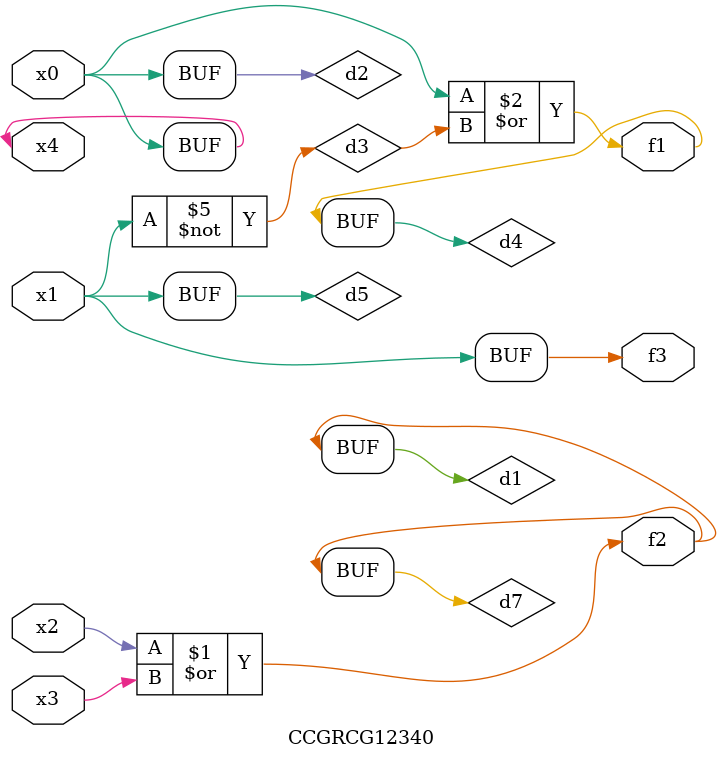
<source format=v>
module CCGRCG12340(
	input x0, x1, x2, x3, x4,
	output f1, f2, f3
);

	wire d1, d2, d3, d4, d5, d6, d7;

	or (d1, x2, x3);
	buf (d2, x0, x4);
	not (d3, x1);
	or (d4, d2, d3);
	not (d5, d3);
	nand (d6, d1, d3);
	or (d7, d1);
	assign f1 = d4;
	assign f2 = d7;
	assign f3 = d5;
endmodule

</source>
